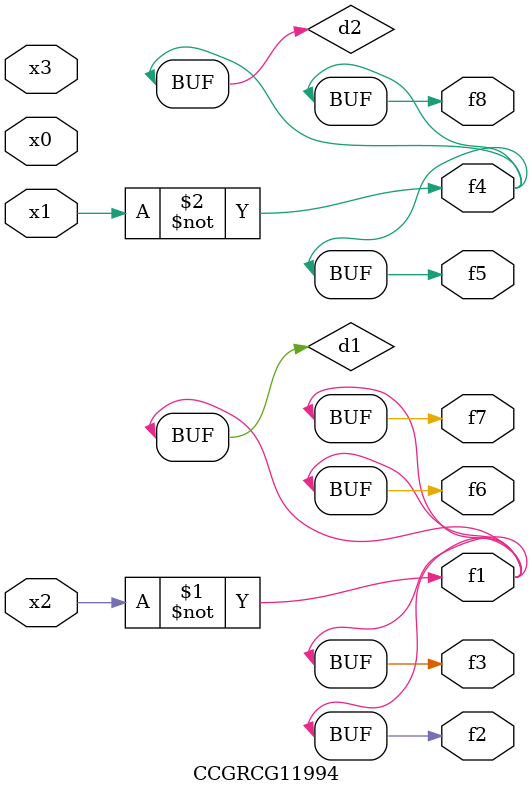
<source format=v>
module CCGRCG11994(
	input x0, x1, x2, x3,
	output f1, f2, f3, f4, f5, f6, f7, f8
);

	wire d1, d2;

	xnor (d1, x2);
	not (d2, x1);
	assign f1 = d1;
	assign f2 = d1;
	assign f3 = d1;
	assign f4 = d2;
	assign f5 = d2;
	assign f6 = d1;
	assign f7 = d1;
	assign f8 = d2;
endmodule

</source>
